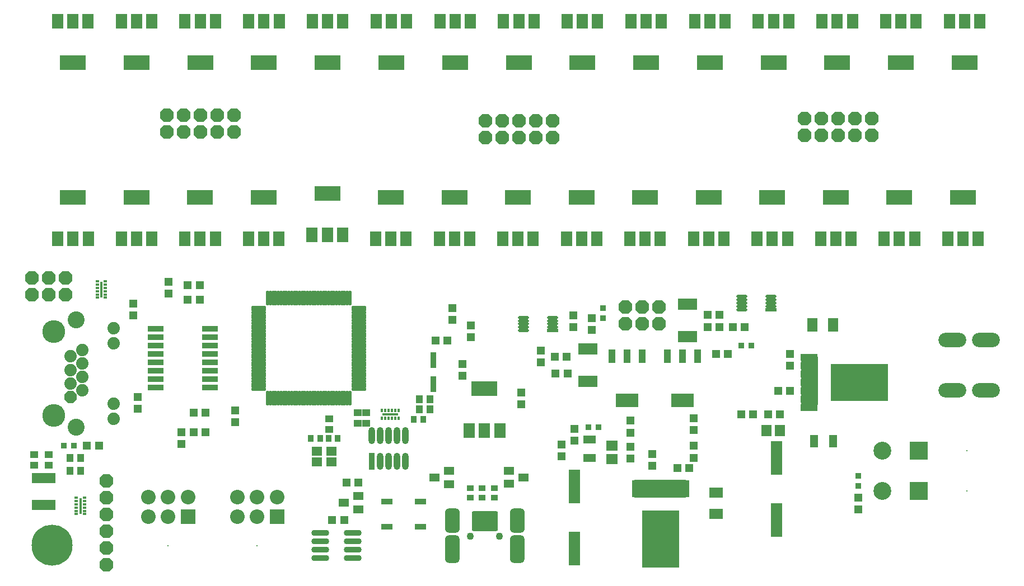
<source format=gts>
G04 Layer_Color=8388736*
%FSLAX44Y44*%
%MOMM*%
G71*
G01*
G75*
%ADD27R,1.0000X0.9000*%
%ADD52R,0.9000X1.0000*%
%ADD72P,2.0345X8X292.5*%
%ADD99R,2.5400X7.3660*%
%ADD100R,7.7470X2.6670*%
%ADD101R,3.1750X3.0480*%
%ADD102R,1.7272X2.2352*%
%ADD103R,4.0132X2.2352*%
%ADD104R,1.8032X5.2032*%
%ADD105R,0.9652X0.9652*%
%ADD106R,0.9652X0.9652*%
%ADD107R,0.4510X2.4520*%
%ADD108R,0.5790X0.3650*%
%ADD109R,2.4520X0.4510*%
%ADD110R,0.3650X0.5790*%
G04:AMPARAMS|DCode=111|XSize=3.0032mm|YSize=0.7032mm|CornerRadius=0.2266mm|HoleSize=0mm|Usage=FLASHONLY|Rotation=270.000|XOffset=0mm|YOffset=0mm|HoleType=Round|Shape=RoundedRectangle|*
%AMROUNDEDRECTD111*
21,1,3.0032,0.2500,0,0,270.0*
21,1,2.5500,0.7032,0,0,270.0*
1,1,0.4532,-0.1250,-1.2750*
1,1,0.4532,-0.1250,1.2750*
1,1,0.4532,0.1250,1.2750*
1,1,0.4532,0.1250,-1.2750*
%
%ADD111ROUNDEDRECTD111*%
G04:AMPARAMS|DCode=112|XSize=3.7032mm|YSize=2.2532mm|CornerRadius=0.6141mm|HoleSize=0mm|Usage=FLASHONLY|Rotation=270.000|XOffset=0mm|YOffset=0mm|HoleType=Round|Shape=RoundedRectangle|*
%AMROUNDEDRECTD112*
21,1,3.7032,1.0250,0,0,270.0*
21,1,2.4750,2.2532,0,0,270.0*
1,1,1.2282,-0.5125,-1.2375*
1,1,1.2282,-0.5125,1.2375*
1,1,1.2282,0.5125,1.2375*
1,1,1.2282,0.5125,-1.2375*
%
%ADD112ROUNDEDRECTD112*%
G04:AMPARAMS|DCode=113|XSize=4.2032mm|YSize=2.2532mm|CornerRadius=0.6141mm|HoleSize=0mm|Usage=FLASHONLY|Rotation=270.000|XOffset=0mm|YOffset=0mm|HoleType=Round|Shape=RoundedRectangle|*
%AMROUNDEDRECTD113*
21,1,4.2032,1.0250,0,0,270.0*
21,1,2.9750,2.2532,0,0,270.0*
1,1,1.2282,-0.5125,-1.4875*
1,1,1.2282,-0.5125,1.4875*
1,1,1.2282,0.5125,1.4875*
1,1,1.2282,0.5125,-1.4875*
%
%ADD113ROUNDEDRECTD113*%
G04:AMPARAMS|DCode=114|XSize=3.7032mm|YSize=2.2532mm|CornerRadius=0.6141mm|HoleSize=0mm|Usage=FLASHONLY|Rotation=270.000|XOffset=0mm|YOffset=0mm|HoleType=Round|Shape=RoundedRectangle|*
%AMROUNDEDRECTD114*
21,1,3.7032,1.0250,0,0,270.0*
21,1,2.4750,2.2532,0,0,270.0*
1,1,1.2282,-0.5125,-1.2375*
1,1,1.2282,-0.5125,1.2375*
1,1,1.2282,0.5125,1.2375*
1,1,1.2282,0.5125,-1.2375*
%
%ADD114ROUNDEDRECTD114*%
%ADD115R,3.6032X1.6032*%
%ADD116R,1.1032X2.1032*%
%ADD117R,3.4032X2.1032*%
%ADD118R,1.6032X1.4032*%
%ADD119R,1.2032X1.1032*%
%ADD120R,0.9032X1.1032*%
%ADD121R,1.7272X0.9652*%
%ADD122R,0.9632X2.6032*%
%ADD123O,0.9632X2.6032*%
%ADD124R,5.5532X8.7432*%
%ADD125R,1.0932X2.6132*%
%ADD126R,2.1032X1.5532*%
%ADD127R,1.9032X1.1532*%
%ADD128R,1.7532X1.5532*%
%ADD129R,1.7032X2.2032*%
%ADD130R,4.0032X2.2032*%
%ADD131O,2.3032X0.5032*%
%ADD132O,0.5032X2.3032*%
%ADD133O,2.7032X0.9032*%
%ADD134R,0.8532X2.4032*%
%ADD135R,2.4032X0.9632*%
%ADD136R,1.5032X1.2032*%
%ADD137R,1.5032X1.2032*%
%ADD138R,1.6532X0.5032*%
%ADD139O,1.6532X0.5032*%
%ADD140R,3.0032X1.6532*%
%ADD141R,1.3032X1.3032*%
%ADD142R,1.3032X1.3032*%
%ADD143R,1.1032X1.2032*%
%ADD144R,8.7432X5.5532*%
%ADD145R,2.6132X1.0932*%
%ADD146R,1.5532X2.1032*%
%ADD147R,1.1532X1.9032*%
%ADD148R,1.5532X1.7532*%
%ADD149P,2.2544X8X292.5*%
%ADD150C,2.5582*%
%ADD151C,1.8796*%
%ADD152C,3.4532*%
%ADD153C,1.1032*%
%ADD154P,2.2544X8X22.5*%
%ADD155C,2.2032*%
%ADD156R,2.2032X2.2032*%
%ADD157C,0.2032*%
%ADD158O,4.2032X2.2032*%
%ADD159C,2.7032*%
%ADD160R,2.7032X2.7032*%
%ADD161C,6.2032*%
%ADD162C,0.8032*%
D27*
X718820Y-877600D02*
D03*
Y-863600D02*
D03*
X699770Y-877600D02*
D03*
Y-863600D02*
D03*
X681990Y-877600D02*
D03*
Y-863600D02*
D03*
D52*
X610870Y-759460D02*
D03*
X596870D02*
D03*
D72*
X77470Y-725160D02*
D03*
D99*
X1195070Y-701040D02*
D03*
D100*
X969645Y-864235D02*
D03*
D101*
X704215Y-913130D02*
D03*
D102*
X680720Y-775970D02*
D03*
X703834D02*
D03*
X726948D02*
D03*
D103*
X703834Y-712978D02*
D03*
D104*
X839470Y-861050D02*
D03*
Y-955050D02*
D03*
X1145540Y-817870D02*
D03*
Y-911870D02*
D03*
D105*
X1107440Y-647700D02*
D03*
X1092200D02*
D03*
X876300Y-770890D02*
D03*
X861060D02*
D03*
X67310Y-798830D02*
D03*
X82550D02*
D03*
D106*
X882650Y-605790D02*
D03*
Y-590550D02*
D03*
X1268730Y-859790D02*
D03*
Y-844550D02*
D03*
D107*
X124460Y-562610D02*
D03*
X92710Y-890270D02*
D03*
D108*
X130600Y-550110D02*
D03*
Y-555110D02*
D03*
Y-560110D02*
D03*
Y-565110D02*
D03*
Y-570110D02*
D03*
Y-575110D02*
D03*
X118320D02*
D03*
Y-570110D02*
D03*
Y-565110D02*
D03*
Y-560110D02*
D03*
Y-555110D02*
D03*
Y-550110D02*
D03*
X98850Y-877770D02*
D03*
Y-882770D02*
D03*
Y-887770D02*
D03*
Y-892770D02*
D03*
Y-897770D02*
D03*
Y-902770D02*
D03*
X86570D02*
D03*
Y-897770D02*
D03*
Y-892770D02*
D03*
Y-887770D02*
D03*
Y-882770D02*
D03*
Y-877770D02*
D03*
D109*
X561340Y-751840D02*
D03*
D110*
X548840Y-745700D02*
D03*
X553840D02*
D03*
X558840D02*
D03*
X563840D02*
D03*
X568840D02*
D03*
X573840D02*
D03*
Y-757980D02*
D03*
X568840D02*
D03*
X563840D02*
D03*
X558840D02*
D03*
X553840D02*
D03*
X548840D02*
D03*
D111*
X704340Y-913130D02*
D03*
X720340D02*
D03*
X712340D02*
D03*
X688340D02*
D03*
X696340D02*
D03*
D112*
X753590Y-912880D02*
D03*
D113*
Y-955380D02*
D03*
X655090D02*
D03*
D114*
Y-912880D02*
D03*
D115*
X36830Y-848180D02*
D03*
Y-889180D02*
D03*
D116*
X1026300Y-663730D02*
D03*
X1003300D02*
D03*
X980300D02*
D03*
X942480D02*
D03*
X919480D02*
D03*
X896480D02*
D03*
D117*
X1003300Y-730730D02*
D03*
X919480D02*
D03*
D118*
X472440Y-823720D02*
D03*
Y-807720D02*
D03*
X450440Y-823720D02*
D03*
Y-807720D02*
D03*
D119*
X468630Y-774570D02*
D03*
Y-758570D02*
D03*
X511810Y-748920D02*
D03*
Y-764920D02*
D03*
X524510Y-764920D02*
D03*
Y-748920D02*
D03*
X22860Y-828420D02*
D03*
Y-812420D02*
D03*
X44450Y-828420D02*
D03*
Y-812420D02*
D03*
D120*
X467980Y-788160D02*
D03*
X481980D02*
D03*
X455310Y-788160D02*
D03*
X441310D02*
D03*
D121*
X607060Y-922020D02*
D03*
X556260D02*
D03*
X607060Y-883920D02*
D03*
X556260D02*
D03*
D122*
X533400Y-822960D02*
D03*
D123*
X546100D02*
D03*
X558800D02*
D03*
X571500D02*
D03*
X584200D02*
D03*
X533400Y-783960D02*
D03*
X546100D02*
D03*
X558800D02*
D03*
X571500D02*
D03*
X584200D02*
D03*
D124*
X970280Y-940500D02*
D03*
D125*
X932180Y-864200D02*
D03*
X944880D02*
D03*
X957580D02*
D03*
X970280D02*
D03*
X982980D02*
D03*
X995680D02*
D03*
X1008380D02*
D03*
D126*
X1054100Y-869945D02*
D03*
Y-901945D02*
D03*
D127*
X862330Y-817910D02*
D03*
Y-789910D02*
D03*
D128*
X896620Y-818990D02*
D03*
Y-798990D02*
D03*
D129*
X58610Y-486160D02*
D03*
X81610D02*
D03*
X104610D02*
D03*
X1453020Y-156460D02*
D03*
X1430020D02*
D03*
X1407020D02*
D03*
X1404480Y-486160D02*
D03*
X1427480D02*
D03*
X1450480D02*
D03*
X1356681Y-156460D02*
D03*
X1333681D02*
D03*
X1310681D02*
D03*
X1308346Y-486160D02*
D03*
X1331346D02*
D03*
X1354346D02*
D03*
X1260343Y-156460D02*
D03*
X1237343D02*
D03*
X1214343D02*
D03*
X1212213Y-486160D02*
D03*
X1235213D02*
D03*
X1258213D02*
D03*
X1164004Y-156460D02*
D03*
X1141004D02*
D03*
X1118004D02*
D03*
X1116079Y-486160D02*
D03*
X1139079D02*
D03*
X1162079D02*
D03*
X1067666Y-156460D02*
D03*
X1044666D02*
D03*
X1021666D02*
D03*
X1019946Y-486160D02*
D03*
X1042946D02*
D03*
X1065946D02*
D03*
X971327Y-156460D02*
D03*
X948327D02*
D03*
X925327D02*
D03*
X923812Y-486160D02*
D03*
X946812D02*
D03*
X969812D02*
D03*
X874988Y-156460D02*
D03*
X851989D02*
D03*
X828988D02*
D03*
X827679Y-486160D02*
D03*
X850678D02*
D03*
X873679D02*
D03*
X778650Y-156460D02*
D03*
X755650D02*
D03*
X732650D02*
D03*
X731545Y-486160D02*
D03*
X754545D02*
D03*
X777545D02*
D03*
X682311Y-156460D02*
D03*
X659311D02*
D03*
X636311D02*
D03*
X635411Y-486160D02*
D03*
X658411D02*
D03*
X681411D02*
D03*
X585973Y-156460D02*
D03*
X562973D02*
D03*
X539973D02*
D03*
X539278Y-486160D02*
D03*
X562278D02*
D03*
X585278D02*
D03*
X489634Y-156460D02*
D03*
X466634D02*
D03*
X443634D02*
D03*
X443090Y-479810D02*
D03*
X466090D02*
D03*
X489090D02*
D03*
X393296Y-156460D02*
D03*
X370296D02*
D03*
X347296D02*
D03*
X347011Y-486160D02*
D03*
X370011D02*
D03*
X393011D02*
D03*
X296957Y-156460D02*
D03*
X273957D02*
D03*
X250957D02*
D03*
X250877Y-486160D02*
D03*
X273877D02*
D03*
X296877D02*
D03*
X200619Y-156460D02*
D03*
X177619D02*
D03*
X154619D02*
D03*
X154744Y-486160D02*
D03*
X177744D02*
D03*
X200744D02*
D03*
X104280Y-156460D02*
D03*
X81280D02*
D03*
X58280D02*
D03*
D130*
X81610Y-423160D02*
D03*
X1430020Y-219460D02*
D03*
X1427480Y-423160D02*
D03*
X1333681Y-219460D02*
D03*
X1331346Y-423160D02*
D03*
X1237343Y-219460D02*
D03*
X1235213Y-423160D02*
D03*
X1141004Y-219460D02*
D03*
X1139079Y-423160D02*
D03*
X1044666Y-219460D02*
D03*
X1042946Y-423160D02*
D03*
X948327Y-219460D02*
D03*
X946812Y-423160D02*
D03*
X851989Y-219460D02*
D03*
X850678Y-423160D02*
D03*
X755650Y-219460D02*
D03*
X754545Y-423160D02*
D03*
X659311Y-219460D02*
D03*
X658411Y-423160D02*
D03*
X562973Y-219460D02*
D03*
X562278Y-423160D02*
D03*
X466634Y-219460D02*
D03*
X466090Y-416810D02*
D03*
X370296Y-219460D02*
D03*
X370011Y-423160D02*
D03*
X273957Y-219460D02*
D03*
X273877Y-423160D02*
D03*
X177619Y-219460D02*
D03*
X177744Y-423160D02*
D03*
X81280Y-219460D02*
D03*
D131*
X514150Y-589510D02*
D03*
Y-593510D02*
D03*
Y-597510D02*
D03*
Y-601510D02*
D03*
Y-605510D02*
D03*
Y-609510D02*
D03*
Y-613510D02*
D03*
Y-617510D02*
D03*
Y-621510D02*
D03*
Y-625510D02*
D03*
Y-629510D02*
D03*
Y-633510D02*
D03*
Y-637510D02*
D03*
Y-641510D02*
D03*
Y-645510D02*
D03*
Y-649510D02*
D03*
Y-653510D02*
D03*
Y-657510D02*
D03*
Y-661510D02*
D03*
Y-665510D02*
D03*
Y-669510D02*
D03*
Y-673510D02*
D03*
Y-677510D02*
D03*
Y-681510D02*
D03*
Y-685510D02*
D03*
Y-689510D02*
D03*
Y-693510D02*
D03*
Y-697510D02*
D03*
Y-701510D02*
D03*
Y-705510D02*
D03*
Y-709510D02*
D03*
Y-713510D02*
D03*
X362150D02*
D03*
Y-709510D02*
D03*
Y-705510D02*
D03*
Y-701510D02*
D03*
Y-697510D02*
D03*
Y-693510D02*
D03*
Y-689510D02*
D03*
Y-685510D02*
D03*
Y-681510D02*
D03*
Y-677510D02*
D03*
Y-673510D02*
D03*
Y-669510D02*
D03*
Y-665510D02*
D03*
Y-661510D02*
D03*
Y-657510D02*
D03*
Y-653510D02*
D03*
Y-649510D02*
D03*
Y-645510D02*
D03*
Y-641510D02*
D03*
Y-637510D02*
D03*
Y-633510D02*
D03*
Y-629510D02*
D03*
Y-625510D02*
D03*
Y-621510D02*
D03*
Y-617510D02*
D03*
Y-613510D02*
D03*
Y-609510D02*
D03*
Y-605510D02*
D03*
Y-601510D02*
D03*
Y-597510D02*
D03*
Y-593510D02*
D03*
Y-589510D02*
D03*
D132*
X500150Y-727510D02*
D03*
X496150D02*
D03*
X492150D02*
D03*
X488150D02*
D03*
X484150D02*
D03*
X480150D02*
D03*
X476150D02*
D03*
X472150D02*
D03*
X468150D02*
D03*
X464150D02*
D03*
X460150D02*
D03*
X456150D02*
D03*
X452150D02*
D03*
X448150D02*
D03*
X444150D02*
D03*
X440150D02*
D03*
X436150D02*
D03*
X432150D02*
D03*
X428150D02*
D03*
X424150D02*
D03*
X420150D02*
D03*
X416150D02*
D03*
X412150D02*
D03*
X408150D02*
D03*
X404150D02*
D03*
X400150D02*
D03*
X396150D02*
D03*
X392150D02*
D03*
X388150D02*
D03*
X384150D02*
D03*
X380150D02*
D03*
X376150D02*
D03*
Y-575510D02*
D03*
X380150D02*
D03*
X384150D02*
D03*
X388150D02*
D03*
X392150D02*
D03*
X396150D02*
D03*
X400150D02*
D03*
X404150D02*
D03*
X408150D02*
D03*
X412150D02*
D03*
X416150D02*
D03*
X420150D02*
D03*
X424150D02*
D03*
X428150D02*
D03*
X432150D02*
D03*
X436150D02*
D03*
X440150D02*
D03*
X444150D02*
D03*
X448150D02*
D03*
X452150D02*
D03*
X456150D02*
D03*
X460150D02*
D03*
X464150D02*
D03*
X468150D02*
D03*
X472150D02*
D03*
X476150D02*
D03*
X480150D02*
D03*
X484150D02*
D03*
X488150D02*
D03*
X492150D02*
D03*
X496150D02*
D03*
X500150D02*
D03*
D133*
X504560Y-969010D02*
D03*
Y-956310D02*
D03*
Y-943610D02*
D03*
Y-930910D02*
D03*
X455560Y-969010D02*
D03*
Y-956310D02*
D03*
Y-943610D02*
D03*
Y-930910D02*
D03*
D134*
X626842Y-706340D02*
D03*
Y-669340D02*
D03*
D135*
X206375Y-711200D02*
D03*
Y-698500D02*
D03*
Y-685800D02*
D03*
Y-673100D02*
D03*
Y-660400D02*
D03*
Y-647700D02*
D03*
Y-635000D02*
D03*
Y-622300D02*
D03*
X288926D02*
D03*
Y-635000D02*
D03*
Y-647700D02*
D03*
Y-660400D02*
D03*
Y-673100D02*
D03*
Y-685800D02*
D03*
Y-698500D02*
D03*
Y-711200D02*
D03*
D136*
X650240Y-857250D02*
D03*
X628240Y-847250D02*
D03*
X762410Y-846930D02*
D03*
X740410Y-836930D02*
D03*
X513080Y-895350D02*
D03*
X491080Y-885350D02*
D03*
D137*
X650240Y-837250D02*
D03*
X740410Y-856930D02*
D03*
X513080Y-875350D02*
D03*
D138*
X1136650Y-593090D02*
D03*
X806450Y-624840D02*
D03*
D139*
X1136650Y-588090D02*
D03*
Y-583090D02*
D03*
Y-578090D02*
D03*
Y-573090D02*
D03*
X1092650Y-593090D02*
D03*
Y-588090D02*
D03*
Y-583090D02*
D03*
Y-578090D02*
D03*
Y-573090D02*
D03*
X762450Y-604840D02*
D03*
Y-609840D02*
D03*
Y-614840D02*
D03*
Y-619840D02*
D03*
Y-624840D02*
D03*
X806450Y-604840D02*
D03*
Y-609840D02*
D03*
Y-614840D02*
D03*
Y-619840D02*
D03*
D140*
X860280Y-652410D02*
D03*
Y-701410D02*
D03*
X1010920Y-585100D02*
D03*
Y-634100D02*
D03*
D141*
X788670Y-655210D02*
D03*
Y-673210D02*
D03*
X838200Y-601870D02*
D03*
Y-619870D02*
D03*
X326390Y-763380D02*
D03*
Y-745380D02*
D03*
X820420Y-797450D02*
D03*
Y-815450D02*
D03*
X1165860Y-678290D02*
D03*
Y-660290D02*
D03*
X924560Y-779375D02*
D03*
Y-761375D02*
D03*
Y-800745D02*
D03*
Y-818745D02*
D03*
X1019810Y-757565D02*
D03*
Y-775565D02*
D03*
Y-799475D02*
D03*
Y-817475D02*
D03*
X957580Y-811420D02*
D03*
Y-829420D02*
D03*
X670560Y-693530D02*
D03*
Y-675530D02*
D03*
X759460Y-736710D02*
D03*
Y-718710D02*
D03*
X245110Y-796400D02*
D03*
Y-778400D02*
D03*
X226060Y-551070D02*
D03*
Y-569070D02*
D03*
X172720Y-602090D02*
D03*
Y-584090D02*
D03*
X179070Y-725060D02*
D03*
Y-743060D02*
D03*
X866140Y-623680D02*
D03*
Y-605680D02*
D03*
X839470Y-791320D02*
D03*
Y-773320D02*
D03*
X1268730Y-895460D02*
D03*
Y-877460D02*
D03*
X683260Y-635110D02*
D03*
Y-617110D02*
D03*
X655320Y-590440D02*
D03*
Y-608440D02*
D03*
D142*
X120760Y-798830D02*
D03*
X102760D02*
D03*
X647810Y-640080D02*
D03*
X629810D02*
D03*
X513190Y-854710D02*
D03*
X495190D02*
D03*
X1110090Y-751840D02*
D03*
X1092090D02*
D03*
X1150730D02*
D03*
X1132730D02*
D03*
X1013570Y-832605D02*
D03*
X995570D02*
D03*
X1147970Y-716280D02*
D03*
X1165970D02*
D03*
X491600Y-911860D02*
D03*
X473600D02*
D03*
X282050Y-778510D02*
D03*
X264050D02*
D03*
X273160Y-556260D02*
D03*
X255160D02*
D03*
X273160Y-577850D02*
D03*
X255160D02*
D03*
X282050Y-749300D02*
D03*
X264050D02*
D03*
X1053990Y-660400D02*
D03*
X1071990D02*
D03*
X1097390Y-619760D02*
D03*
X1079390D02*
D03*
X1059290Y-619760D02*
D03*
X1041290D02*
D03*
X1059290Y-600710D02*
D03*
X1041290D02*
D03*
X811420Y-689610D02*
D03*
X829420D02*
D03*
X810150Y-664210D02*
D03*
X828150D02*
D03*
D143*
X605410Y-744220D02*
D03*
X621410D02*
D03*
X621410Y-728980D02*
D03*
X605410D02*
D03*
X77090Y-836930D02*
D03*
X93090D02*
D03*
X77090Y-817880D02*
D03*
X93090D02*
D03*
D144*
X1271215Y-703580D02*
D03*
D145*
X1194915Y-741680D02*
D03*
Y-728980D02*
D03*
Y-716280D02*
D03*
Y-703580D02*
D03*
Y-690880D02*
D03*
Y-678180D02*
D03*
Y-665480D02*
D03*
D146*
X1199390Y-615950D02*
D03*
X1231390D02*
D03*
D147*
X1202660Y-792480D02*
D03*
X1230660D02*
D03*
D148*
X1130460Y-775970D02*
D03*
X1150460D02*
D03*
D149*
X132080Y-928370D02*
D03*
Y-902970D02*
D03*
Y-953770D02*
D03*
Y-877570D02*
D03*
Y-979170D02*
D03*
Y-852170D02*
D03*
D150*
X86370Y-770910D02*
D03*
Y-608310D02*
D03*
D151*
X143470Y-758210D02*
D03*
Y-735310D02*
D03*
Y-643910D02*
D03*
Y-621010D02*
D03*
X95270Y-654060D02*
D03*
X77470Y-663960D02*
D03*
X95270Y-674460D02*
D03*
X77470Y-684360D02*
D03*
X95270Y-694860D02*
D03*
X77470Y-704760D02*
D03*
X95270Y-715260D02*
D03*
D152*
X52070Y-626110D02*
D03*
Y-753110D02*
D03*
D153*
X726340Y-936380D02*
D03*
X682340D02*
D03*
D154*
X325120Y-298450D02*
D03*
Y-323850D02*
D03*
X223520Y-298450D02*
D03*
X248920Y-323850D02*
D03*
Y-298450D02*
D03*
X274320Y-323850D02*
D03*
Y-298450D02*
D03*
X299720Y-323850D02*
D03*
Y-298450D02*
D03*
X223520Y-323850D02*
D03*
X70150Y-544830D02*
D03*
X19350Y-570230D02*
D03*
Y-544830D02*
D03*
X44750Y-570230D02*
D03*
Y-544830D02*
D03*
X70150Y-570230D02*
D03*
X806450Y-307340D02*
D03*
Y-332740D02*
D03*
X704850Y-307340D02*
D03*
X730250Y-332740D02*
D03*
Y-307340D02*
D03*
X755650Y-332740D02*
D03*
Y-307340D02*
D03*
X781050Y-332740D02*
D03*
Y-307340D02*
D03*
X704850Y-332740D02*
D03*
X916640Y-589280D02*
D03*
X942040Y-614680D02*
D03*
Y-589280D02*
D03*
X967440Y-614680D02*
D03*
Y-589280D02*
D03*
X916640Y-614680D02*
D03*
X1187450Y-328930D02*
D03*
X1263650Y-303530D02*
D03*
Y-328930D02*
D03*
X1238250Y-303530D02*
D03*
Y-328930D02*
D03*
X1212850Y-303530D02*
D03*
Y-328930D02*
D03*
X1187450Y-303530D02*
D03*
X1289050Y-328930D02*
D03*
Y-303530D02*
D03*
D155*
X195270Y-876780D02*
D03*
X225270D02*
D03*
X255270D02*
D03*
X195270Y-906780D02*
D03*
X225270D02*
D03*
X329890Y-876780D02*
D03*
X359890D02*
D03*
X389890D02*
D03*
X329890Y-906780D02*
D03*
X359890D02*
D03*
D156*
X255270D02*
D03*
X389890D02*
D03*
D157*
X225270Y-950780D02*
D03*
X1433170Y-806450D02*
D03*
X359890Y-950780D02*
D03*
X1433170Y-867410D02*
D03*
D158*
X1461970Y-638810D02*
D03*
X1410970D02*
D03*
Y-715010D02*
D03*
X1461970D02*
D03*
D159*
X1305170Y-806450D02*
D03*
Y-867410D02*
D03*
D160*
X1360170Y-806450D02*
D03*
Y-867410D02*
D03*
D161*
X50000Y-950000D02*
D03*
D162*
X1235710Y-696383D02*
D03*
Y-684530D02*
D03*
Y-708237D02*
D03*
Y-720090D02*
D03*
X1247775Y-720513D02*
D03*
Y-708660D02*
D03*
Y-684953D02*
D03*
Y-696807D02*
D03*
X1259840Y-720513D02*
D03*
Y-708660D02*
D03*
Y-684953D02*
D03*
Y-696807D02*
D03*
X1271905Y-720513D02*
D03*
Y-708660D02*
D03*
Y-684953D02*
D03*
Y-696807D02*
D03*
X1283970Y-720513D02*
D03*
Y-708660D02*
D03*
Y-684953D02*
D03*
Y-696807D02*
D03*
X1296035Y-720513D02*
D03*
Y-708660D02*
D03*
Y-684953D02*
D03*
Y-696807D02*
D03*
X1308100Y-720513D02*
D03*
Y-708660D02*
D03*
Y-684953D02*
D03*
Y-696807D02*
D03*
X963507Y-902970D02*
D03*
X951653D02*
D03*
X975360D02*
D03*
X987213D02*
D03*
X963507Y-915035D02*
D03*
X951653D02*
D03*
X975360D02*
D03*
X987213D02*
D03*
X963507Y-927100D02*
D03*
X951653D02*
D03*
X975360D02*
D03*
X987213D02*
D03*
X963507Y-939165D02*
D03*
X951653D02*
D03*
X975360D02*
D03*
X987213D02*
D03*
X963507Y-951230D02*
D03*
X951653D02*
D03*
X975360D02*
D03*
X987213D02*
D03*
X963507Y-963295D02*
D03*
X951653D02*
D03*
X975360D02*
D03*
X987213D02*
D03*
X986790Y-975360D02*
D03*
X974937D02*
D03*
X951230D02*
D03*
X963083D02*
D03*
M02*

</source>
